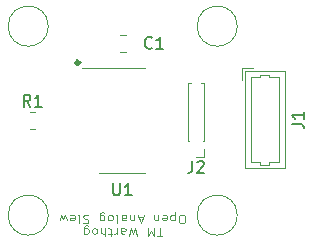
<source format=gto>
%TF.GenerationSoftware,KiCad,Pcbnew,(6.0.0)*%
%TF.CreationDate,2022-03-27T15:49:17-04:00*%
%TF.ProjectId,TM_Warthog_Open_Analog_Slew,544d5f57-6172-4746-986f-675f4f70656e,rev?*%
%TF.SameCoordinates,Original*%
%TF.FileFunction,Legend,Top*%
%TF.FilePolarity,Positive*%
%FSLAX46Y46*%
G04 Gerber Fmt 4.6, Leading zero omitted, Abs format (unit mm)*
G04 Created by KiCad (PCBNEW (6.0.0)) date 2022-03-27 15:49:17*
%MOMM*%
%LPD*%
G01*
G04 APERTURE LIST*
%ADD10C,0.330267*%
%ADD11C,0.125000*%
%ADD12C,0.150000*%
%ADD13C,0.120000*%
G04 APERTURE END LIST*
D10*
X143700533Y-101752400D02*
G75*
G03*
X143700533Y-101752400I-165133J0D01*
G01*
D11*
X150711287Y-116478141D02*
X150254144Y-116478141D01*
X150482716Y-115778141D02*
X150482716Y-116478141D01*
X149987478Y-115778141D02*
X149987478Y-116478141D01*
X149720811Y-115978141D01*
X149454144Y-116478141D01*
X149454144Y-115778141D01*
X148539859Y-116478141D02*
X148349382Y-115778141D01*
X148197001Y-116278141D01*
X148044620Y-115778141D01*
X147854144Y-116478141D01*
X147206525Y-115778141D02*
X147206525Y-116144808D01*
X147244620Y-116211474D01*
X147320811Y-116244808D01*
X147473192Y-116244808D01*
X147549382Y-116211474D01*
X147206525Y-115811474D02*
X147282716Y-115778141D01*
X147473192Y-115778141D01*
X147549382Y-115811474D01*
X147587478Y-115878141D01*
X147587478Y-115944808D01*
X147549382Y-116011474D01*
X147473192Y-116044808D01*
X147282716Y-116044808D01*
X147206525Y-116078141D01*
X146825573Y-115778141D02*
X146825573Y-116244808D01*
X146825573Y-116111474D02*
X146787478Y-116178141D01*
X146749382Y-116211474D01*
X146673192Y-116244808D01*
X146597001Y-116244808D01*
X146444620Y-116244808D02*
X146139859Y-116244808D01*
X146330335Y-116478141D02*
X146330335Y-115878141D01*
X146292239Y-115811474D01*
X146216049Y-115778141D01*
X146139859Y-115778141D01*
X145873192Y-115778141D02*
X145873192Y-116478141D01*
X145530335Y-115778141D02*
X145530335Y-116144808D01*
X145568430Y-116211474D01*
X145644620Y-116244808D01*
X145758906Y-116244808D01*
X145835097Y-116211474D01*
X145873192Y-116178141D01*
X145035097Y-115778141D02*
X145111287Y-115811474D01*
X145149382Y-115844808D01*
X145187478Y-115911474D01*
X145187478Y-116111474D01*
X145149382Y-116178141D01*
X145111287Y-116211474D01*
X145035097Y-116244808D01*
X144920811Y-116244808D01*
X144844620Y-116211474D01*
X144806525Y-116178141D01*
X144768430Y-116111474D01*
X144768430Y-115911474D01*
X144806525Y-115844808D01*
X144844620Y-115811474D01*
X144920811Y-115778141D01*
X145035097Y-115778141D01*
X144082716Y-116244808D02*
X144082716Y-115678141D01*
X144120811Y-115611474D01*
X144158906Y-115578141D01*
X144235097Y-115544808D01*
X144349382Y-115544808D01*
X144425573Y-115578141D01*
X144082716Y-115811474D02*
X144158906Y-115778141D01*
X144311287Y-115778141D01*
X144387478Y-115811474D01*
X144425573Y-115844808D01*
X144463668Y-115911474D01*
X144463668Y-116111474D01*
X144425573Y-116178141D01*
X144387478Y-116211474D01*
X144311287Y-116244808D01*
X144158906Y-116244808D01*
X144082716Y-116211474D01*
X152444620Y-115351141D02*
X152292239Y-115351141D01*
X152216049Y-115317808D01*
X152139859Y-115251141D01*
X152101763Y-115117808D01*
X152101763Y-114884474D01*
X152139859Y-114751141D01*
X152216049Y-114684474D01*
X152292239Y-114651141D01*
X152444620Y-114651141D01*
X152520811Y-114684474D01*
X152597001Y-114751141D01*
X152635097Y-114884474D01*
X152635097Y-115117808D01*
X152597001Y-115251141D01*
X152520811Y-115317808D01*
X152444620Y-115351141D01*
X151758906Y-115117808D02*
X151758906Y-114417808D01*
X151758906Y-115084474D02*
X151682716Y-115117808D01*
X151530335Y-115117808D01*
X151454144Y-115084474D01*
X151416049Y-115051141D01*
X151377954Y-114984474D01*
X151377954Y-114784474D01*
X151416049Y-114717808D01*
X151454144Y-114684474D01*
X151530335Y-114651141D01*
X151682716Y-114651141D01*
X151758906Y-114684474D01*
X150730335Y-114684474D02*
X150806525Y-114651141D01*
X150958906Y-114651141D01*
X151035097Y-114684474D01*
X151073192Y-114751141D01*
X151073192Y-115017808D01*
X151035097Y-115084474D01*
X150958906Y-115117808D01*
X150806525Y-115117808D01*
X150730335Y-115084474D01*
X150692239Y-115017808D01*
X150692239Y-114951141D01*
X151073192Y-114884474D01*
X150349382Y-115117808D02*
X150349382Y-114651141D01*
X150349382Y-115051141D02*
X150311287Y-115084474D01*
X150235097Y-115117808D01*
X150120811Y-115117808D01*
X150044620Y-115084474D01*
X150006525Y-115017808D01*
X150006525Y-114651141D01*
X149054144Y-114851141D02*
X148673192Y-114851141D01*
X149130335Y-114651141D02*
X148863668Y-115351141D01*
X148597001Y-114651141D01*
X148330335Y-115117808D02*
X148330335Y-114651141D01*
X148330335Y-115051141D02*
X148292239Y-115084474D01*
X148216049Y-115117808D01*
X148101763Y-115117808D01*
X148025573Y-115084474D01*
X147987478Y-115017808D01*
X147987478Y-114651141D01*
X147263668Y-114651141D02*
X147263668Y-115017808D01*
X147301763Y-115084474D01*
X147377954Y-115117808D01*
X147530335Y-115117808D01*
X147606525Y-115084474D01*
X147263668Y-114684474D02*
X147339859Y-114651141D01*
X147530335Y-114651141D01*
X147606525Y-114684474D01*
X147644620Y-114751141D01*
X147644620Y-114817808D01*
X147606525Y-114884474D01*
X147530335Y-114917808D01*
X147339859Y-114917808D01*
X147263668Y-114951141D01*
X146768430Y-114651141D02*
X146844620Y-114684474D01*
X146882716Y-114751141D01*
X146882716Y-115351141D01*
X146349382Y-114651141D02*
X146425573Y-114684474D01*
X146463668Y-114717808D01*
X146501763Y-114784474D01*
X146501763Y-114984474D01*
X146463668Y-115051141D01*
X146425573Y-115084474D01*
X146349382Y-115117808D01*
X146235097Y-115117808D01*
X146158906Y-115084474D01*
X146120811Y-115051141D01*
X146082716Y-114984474D01*
X146082716Y-114784474D01*
X146120811Y-114717808D01*
X146158906Y-114684474D01*
X146235097Y-114651141D01*
X146349382Y-114651141D01*
X145397001Y-115117808D02*
X145397001Y-114551141D01*
X145435097Y-114484474D01*
X145473192Y-114451141D01*
X145549382Y-114417808D01*
X145663668Y-114417808D01*
X145739859Y-114451141D01*
X145397001Y-114684474D02*
X145473192Y-114651141D01*
X145625573Y-114651141D01*
X145701763Y-114684474D01*
X145739859Y-114717808D01*
X145777954Y-114784474D01*
X145777954Y-114984474D01*
X145739859Y-115051141D01*
X145701763Y-115084474D01*
X145625573Y-115117808D01*
X145473192Y-115117808D01*
X145397001Y-115084474D01*
X144444620Y-114684474D02*
X144330335Y-114651141D01*
X144139859Y-114651141D01*
X144063668Y-114684474D01*
X144025573Y-114717808D01*
X143987478Y-114784474D01*
X143987478Y-114851141D01*
X144025573Y-114917808D01*
X144063668Y-114951141D01*
X144139859Y-114984474D01*
X144292239Y-115017808D01*
X144368430Y-115051141D01*
X144406525Y-115084474D01*
X144444620Y-115151141D01*
X144444620Y-115217808D01*
X144406525Y-115284474D01*
X144368430Y-115317808D01*
X144292239Y-115351141D01*
X144101763Y-115351141D01*
X143987478Y-115317808D01*
X143530335Y-114651141D02*
X143606525Y-114684474D01*
X143644620Y-114751141D01*
X143644620Y-115351141D01*
X142920811Y-114684474D02*
X142997001Y-114651141D01*
X143149382Y-114651141D01*
X143225573Y-114684474D01*
X143263668Y-114751141D01*
X143263668Y-115017808D01*
X143225573Y-115084474D01*
X143149382Y-115117808D01*
X142997001Y-115117808D01*
X142920811Y-115084474D01*
X142882716Y-115017808D01*
X142882716Y-114951141D01*
X143263668Y-114884474D01*
X142616049Y-115117808D02*
X142463668Y-114651141D01*
X142311287Y-114984474D01*
X142158906Y-114651141D01*
X142006525Y-115117808D01*
D12*
%TO.C,R1*%
X139533333Y-105482380D02*
X139200000Y-105006190D01*
X138961904Y-105482380D02*
X138961904Y-104482380D01*
X139342857Y-104482380D01*
X139438095Y-104530000D01*
X139485714Y-104577619D01*
X139533333Y-104672857D01*
X139533333Y-104815714D01*
X139485714Y-104910952D01*
X139438095Y-104958571D01*
X139342857Y-105006190D01*
X138961904Y-105006190D01*
X140485714Y-105482380D02*
X139914285Y-105482380D01*
X140200000Y-105482380D02*
X140200000Y-104482380D01*
X140104761Y-104625238D01*
X140009523Y-104720476D01*
X139914285Y-104768095D01*
%TO.C,J1*%
X161657404Y-106945720D02*
X162371690Y-106945720D01*
X162514547Y-106993339D01*
X162609785Y-107088577D01*
X162657404Y-107231434D01*
X162657404Y-107326672D01*
X162657404Y-105945720D02*
X162657404Y-106517148D01*
X162657404Y-106231434D02*
X161657404Y-106231434D01*
X161800262Y-106326672D01*
X161895500Y-106421910D01*
X161943119Y-106517148D01*
%TO.C,U1*%
X146537335Y-111979170D02*
X146537335Y-112788694D01*
X146584954Y-112883932D01*
X146632573Y-112931551D01*
X146727811Y-112979170D01*
X146918287Y-112979170D01*
X147013525Y-112931551D01*
X147061144Y-112883932D01*
X147108763Y-112788694D01*
X147108763Y-111979170D01*
X148108763Y-112979170D02*
X147537335Y-112979170D01*
X147823049Y-112979170D02*
X147823049Y-111979170D01*
X147727811Y-112122028D01*
X147632573Y-112217266D01*
X147537335Y-112264885D01*
%TO.C,C1*%
X149817018Y-100489274D02*
X149769399Y-100536893D01*
X149626542Y-100584512D01*
X149531304Y-100584512D01*
X149388446Y-100536893D01*
X149293208Y-100441655D01*
X149245589Y-100346417D01*
X149197970Y-100155941D01*
X149197970Y-100013084D01*
X149245589Y-99822608D01*
X149293208Y-99727370D01*
X149388446Y-99632132D01*
X149531304Y-99584512D01*
X149626542Y-99584512D01*
X149769399Y-99632132D01*
X149817018Y-99679751D01*
X150769399Y-100584512D02*
X150197970Y-100584512D01*
X150483685Y-100584512D02*
X150483685Y-99584512D01*
X150388446Y-99727370D01*
X150293208Y-99822608D01*
X150197970Y-99870227D01*
%TO.C,J2*%
X153226931Y-110091918D02*
X153226931Y-110806204D01*
X153179312Y-110949061D01*
X153084074Y-111044299D01*
X152941217Y-111091918D01*
X152845979Y-111091918D01*
X153655503Y-110187157D02*
X153703122Y-110139538D01*
X153798360Y-110091918D01*
X154036455Y-110091918D01*
X154131693Y-110139538D01*
X154179312Y-110187157D01*
X154226931Y-110282395D01*
X154226931Y-110377633D01*
X154179312Y-110520490D01*
X153607884Y-111091918D01*
X154226931Y-111091918D01*
D13*
%TO.C,*%
X157043374Y-98672145D02*
G75*
G03*
X157043374Y-98672145I-1700000J0D01*
G01*
X141043483Y-114672165D02*
G75*
G03*
X141043483Y-114672165I-1700000J0D01*
G01*
%TO.C,R1*%
X139472936Y-105945000D02*
X139927064Y-105945000D01*
X139472936Y-107415000D02*
X139927064Y-107415000D01*
%TO.C,J1*%
X161115024Y-110722387D02*
X161115024Y-102502387D01*
X159755024Y-110412387D02*
X159755024Y-110212387D01*
X158205024Y-106612387D02*
X158205024Y-103012387D01*
X157405024Y-102212387D02*
X158405024Y-102212387D01*
X160605024Y-103012387D02*
X160605024Y-106612387D01*
X158955024Y-110412387D02*
X159755024Y-110412387D01*
X160605024Y-110212387D02*
X160605024Y-106612387D01*
X158205024Y-106612387D02*
X158205024Y-110212387D01*
X158205024Y-110212387D02*
X158955024Y-110212387D01*
X158955024Y-102812387D02*
X159755024Y-102812387D01*
X159755024Y-110212387D02*
X160605024Y-110212387D01*
X161115024Y-102502387D02*
X157695024Y-102502387D01*
X157695024Y-102502387D02*
X157695024Y-110722387D01*
X159755024Y-102812387D02*
X159755024Y-103012387D01*
X157405024Y-102212387D02*
X157405024Y-103212387D01*
X159755024Y-103012387D02*
X160605024Y-103012387D01*
X157695024Y-110722387D02*
X161115024Y-110722387D01*
X158955024Y-103012387D02*
X158955024Y-102812387D01*
X158955024Y-110212387D02*
X158955024Y-110412387D01*
X158205024Y-103012387D02*
X158955024Y-103012387D01*
%TO.C,U1*%
X147320000Y-111115000D02*
X149270000Y-111115000D01*
X147320000Y-102245000D02*
X149270000Y-102245000D01*
X147320000Y-111115000D02*
X145370000Y-111115000D01*
X147320000Y-102245000D02*
X143870000Y-102245000D01*
%TO.C,C1*%
X147089490Y-99396403D02*
X147611994Y-99396403D01*
X147089490Y-100866403D02*
X147611994Y-100866403D01*
%TO.C,*%
X141043483Y-98672145D02*
G75*
G03*
X141043483Y-98672145I-1700000J0D01*
G01*
%TO.C,J2*%
X152951989Y-108394538D02*
X152865265Y-108394538D01*
X154255265Y-108394538D02*
X154255265Y-103519538D01*
X154255265Y-103519538D02*
X153954758Y-103519538D01*
X153165772Y-103519538D02*
X152865265Y-103519538D01*
X154255265Y-109764538D02*
X153560265Y-109764538D01*
X152865265Y-108394538D02*
X152865265Y-103519538D01*
X154255265Y-108394538D02*
X154168541Y-108394538D01*
X154255265Y-109079538D02*
X154255265Y-109764538D01*
%TO.C,*%
X157043374Y-114672645D02*
G75*
G03*
X157043374Y-114672645I-1700000J0D01*
G01*
%TD*%
M02*

</source>
